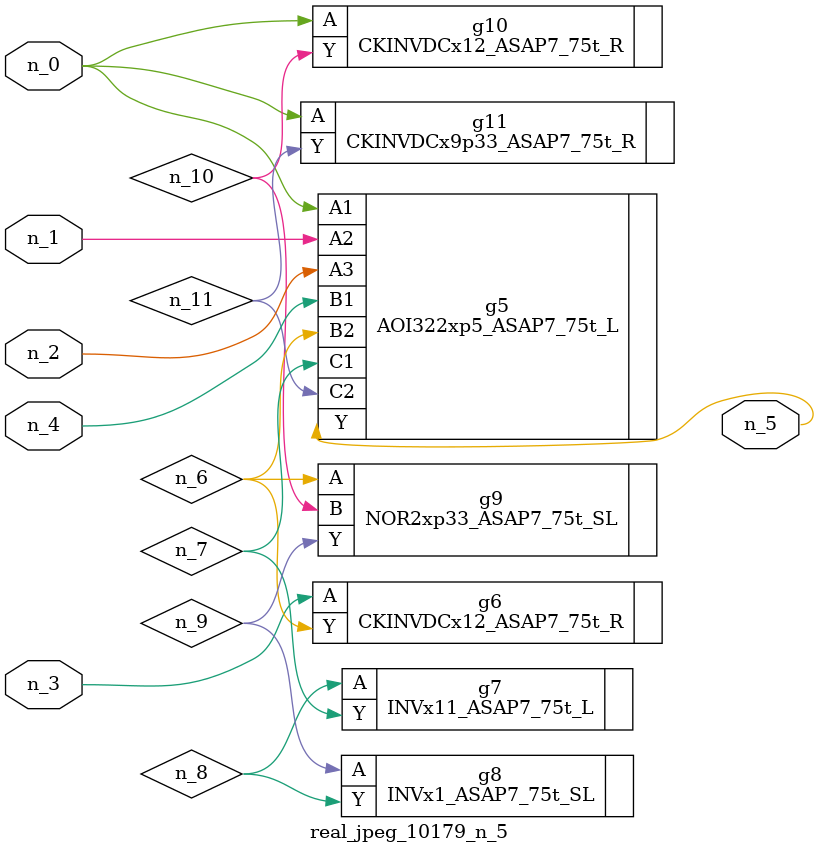
<source format=v>
module real_jpeg_10179_n_5 (n_4, n_0, n_1, n_2, n_3, n_5);

input n_4;
input n_0;
input n_1;
input n_2;
input n_3;

output n_5;

wire n_8;
wire n_11;
wire n_6;
wire n_7;
wire n_10;
wire n_9;

AOI322xp5_ASAP7_75t_L g5 ( 
.A1(n_0),
.A2(n_1),
.A3(n_2),
.B1(n_4),
.B2(n_6),
.C1(n_7),
.C2(n_11),
.Y(n_5)
);

CKINVDCx12_ASAP7_75t_R g10 ( 
.A(n_0),
.Y(n_10)
);

CKINVDCx9p33_ASAP7_75t_R g11 ( 
.A(n_0),
.Y(n_11)
);

CKINVDCx12_ASAP7_75t_R g6 ( 
.A(n_3),
.Y(n_6)
);

NOR2xp33_ASAP7_75t_SL g9 ( 
.A(n_6),
.B(n_10),
.Y(n_9)
);

INVx11_ASAP7_75t_L g7 ( 
.A(n_8),
.Y(n_7)
);

INVx1_ASAP7_75t_SL g8 ( 
.A(n_9),
.Y(n_8)
);


endmodule
</source>
